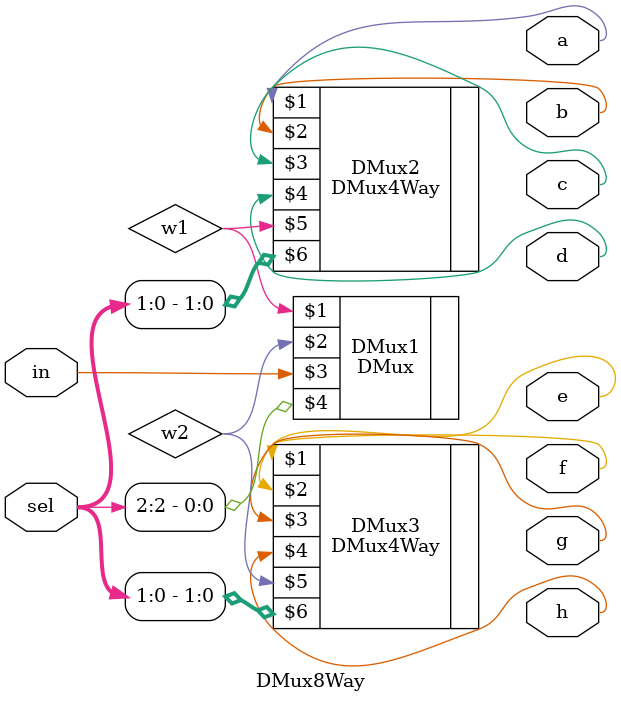
<source format=v>
/* módulo DMux8Way */

`ifndef _DMux8Way_
`define DMux8Way

`include "DMux4Way.v"

module DMux8Way(a, b, c, d, e, f, g, h, in, sel);

    input in; 
    input [2:0] sel;
    output a, b, c, d, e, f, g, h;
    wire w1, w2;

    // Descrição de conexões internas do módulo

    DMux DMux1(w1, w2, in, sel[2]);
    DMux4Way DMux2(a, b, c, d, w1, sel[1:0]);
    DMux4Way DMux3(e, f, g, h, w2, sel[1:0]);

endmodule

`endif
</source>
